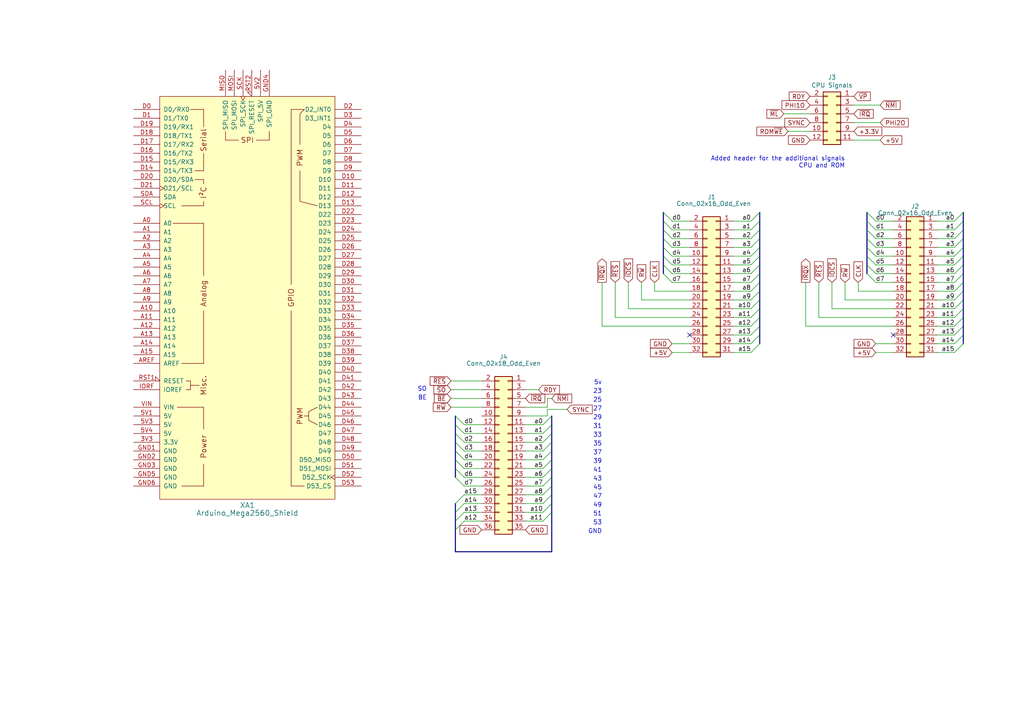
<source format=kicad_sch>
(kicad_sch (version 20230121) (generator eeschema)
  (paper "A4")
  (title_block (title "AT65C02 Hobby Computer") (date "2023-03-15") (rev "Rev003") (company "This AT65C02 version by AdamT117. ") (comment 1 "Revisions to Dawid Buchwald design and additions as marked. ") (comment 2 "Tebl for the Blinkies. Daryl Rictor for the DEC-1 design.") (comment 3 "Based on Ben Eater's design. AndersBNielsen for the \"Simple Universal Modem\" design.") (comment 4 "Original Author: Dawid Buchwald with AT65C02 additions"))
  (lib_symbols
    (symbol "6502-computer-cache:Connector_Generic_Conn_02x06_Odd_Even" (pin_names (offset 1.016) hide)
      (property "Reference" "J" (at 1.27 7.62 0))
      (property "Value" "Connector_Generic_Conn_02x06_Odd_Even" (at 1.27 -10.16 0))
      (symbol "Connector_Generic_Conn_02x06_Odd_Even_1_1"
        (rectangle (start -1.27 -7.493) (end 0 -7.747) (stroke (width 0.1524)))
        (rectangle (start -1.27 -4.953) (end 0 -5.207) (stroke (width 0.1524)))
        (rectangle (start -1.27 -2.413) (end 0 -2.667) (stroke (width 0.1524)))
        (rectangle (start -1.27 0.127) (end 0 -0.127) (stroke (width 0.1524)))
        (rectangle (start -1.27 2.667) (end 0 2.413) (stroke (width 0.1524)))
        (rectangle (start -1.27 5.207) (end 0 4.953) (stroke (width 0.1524)))
        (rectangle (start -1.27 6.35) (end 3.81 -8.89) (stroke (width 0.254)) (fill (type background)))
        (rectangle (start 3.81 -7.493) (end 2.54 -7.747) (stroke (width 0.1524)))
        (rectangle (start 3.81 -4.953) (end 2.54 -5.207) (stroke (width 0.1524)))
        (rectangle (start 3.81 -2.413) (end 2.54 -2.667) (stroke (width 0.1524)))
        (rectangle (start 3.81 0.127) (end 2.54 -0.127) (stroke (width 0.1524)))
        (rectangle (start 3.81 2.667) (end 2.54 2.413) (stroke (width 0.1524)))
        (rectangle (start 3.81 5.207) (end 2.54 4.953) (stroke (width 0.1524)))
        (pin passive line (at -5.08 5.08 0) (length 3.81) (name "Pin_1") (number "1"))
        (pin passive line (at 7.62 -5.08 180) (length 3.81) (name "Pin_10") (number "10"))
        (pin passive line (at -5.08 -7.62 0) (length 3.81) (name "Pin_11") (number "11"))
        (pin passive line (at 7.62 -7.62 180) (length 3.81) (name "Pin_12") (number "12"))
        (pin passive line (at 7.62 5.08 180) (length 3.81) (name "Pin_2") (number "2"))
        (pin passive line (at -5.08 2.54 0) (length 3.81) (name "Pin_3") (number "3"))
        (pin passive line (at 7.62 2.54 180) (length 3.81) (name "Pin_4") (number "4"))
        (pin passive line (at -5.08 0 0) (length 3.81) (name "Pin_5") (number "5"))
        (pin passive line (at 7.62 0 180) (length 3.81) (name "Pin_6") (number "6"))
        (pin passive line (at -5.08 -2.54 0) (length 3.81) (name "Pin_7") (number "7"))
        (pin passive line (at 7.62 -2.54 180) (length 3.81) (name "Pin_8") (number "8"))
        (pin passive line (at -5.08 -5.08 0) (length 3.81) (name "Pin_9") (number "9"))
      )
    )
    (symbol "Connector_Generic:Conn_02x16_Odd_Even" (pin_names (offset 1.016) hide)
      (property "Reference" "J" (at 1.27 20.32 0))
      (property "Value" "Conn_02x16_Odd_Even" (at 1.27 -22.86 0))
      (symbol "Conn_02x16_Odd_Even_1_1"
        (rectangle (start -1.27 -20.193) (end 0 -20.447) (stroke (width 0.1524)))
        (rectangle (start -1.27 -17.653) (end 0 -17.907) (stroke (width 0.1524)))
        (rectangle (start -1.27 -15.113) (end 0 -15.367) (stroke (width 0.1524)))
        (rectangle (start -1.27 -12.573) (end 0 -12.827) (stroke (width 0.1524)))
        (rectangle (start -1.27 -10.033) (end 0 -10.287) (stroke (width 0.1524)))
        (rectangle (start -1.27 -7.493) (end 0 -7.747) (stroke (width 0.1524)))
        (rectangle (start -1.27 -4.953) (end 0 -5.207) (stroke (width 0.1524)))
        (rectangle (start -1.27 -2.413) (end 0 -2.667) (stroke (width 0.1524)))
        (rectangle (start -1.27 0.127) (end 0 -0.127) (stroke (width 0.1524)))
        (rectangle (start -1.27 2.667) (end 0 2.413) (stroke (width 0.1524)))
        (rectangle (start -1.27 5.207) (end 0 4.953) (stroke (width 0.1524)))
        (rectangle (start -1.27 7.747) (end 0 7.493) (stroke (width 0.1524)))
        (rectangle (start -1.27 10.287) (end 0 10.033) (stroke (width 0.1524)))
        (rectangle (start -1.27 12.827) (end 0 12.573) (stroke (width 0.1524)))
        (rectangle (start -1.27 15.367) (end 0 15.113) (stroke (width 0.1524)))
        (rectangle (start -1.27 17.907) (end 0 17.653) (stroke (width 0.1524)))
        (rectangle (start -1.27 19.05) (end 3.81 -21.59) (stroke (width 0.254)) (fill (type background)))
        (rectangle (start 3.81 -20.193) (end 2.54 -20.447) (stroke (width 0.1524)))
        (rectangle (start 3.81 -17.653) (end 2.54 -17.907) (stroke (width 0.1524)))
        (rectangle (start 3.81 -15.113) (end 2.54 -15.367) (stroke (width 0.1524)))
        (rectangle (start 3.81 -12.573) (end 2.54 -12.827) (stroke (width 0.1524)))
        (rectangle (start 3.81 -10.033) (end 2.54 -10.287) (stroke (width 0.1524)))
        (rectangle (start 3.81 -7.493) (end 2.54 -7.747) (stroke (width 0.1524)))
        (rectangle (start 3.81 -4.953) (end 2.54 -5.207) (stroke (width 0.1524)))
        (rectangle (start 3.81 -2.413) (end 2.54 -2.667) (stroke (width 0.1524)))
        (rectangle (start 3.81 0.127) (end 2.54 -0.127) (stroke (width 0.1524)))
        (rectangle (start 3.81 2.667) (end 2.54 2.413) (stroke (width 0.1524)))
        (rectangle (start 3.81 5.207) (end 2.54 4.953) (stroke (width 0.1524)))
        (rectangle (start 3.81 7.747) (end 2.54 7.493) (stroke (width 0.1524)))
        (rectangle (start 3.81 10.287) (end 2.54 10.033) (stroke (width 0.1524)))
        (rectangle (start 3.81 12.827) (end 2.54 12.573) (stroke (width 0.1524)))
        (rectangle (start 3.81 15.367) (end 2.54 15.113) (stroke (width 0.1524)))
        (rectangle (start 3.81 17.907) (end 2.54 17.653) (stroke (width 0.1524)))
        (pin passive line (at -5.08 17.78 0) (length 3.81) (name "Pin_1") (number "1"))
        (pin passive line (at 7.62 7.62 180) (length 3.81) (name "Pin_10") (number "10"))
        (pin passive line (at -5.08 5.08 0) (length 3.81) (name "Pin_11") (number "11"))
        (pin passive line (at 7.62 5.08 180) (length 3.81) (name "Pin_12") (number "12"))
        (pin passive line (at -5.08 2.54 0) (length 3.81) (name "Pin_13") (number "13"))
        (pin passive line (at 7.62 2.54 180) (length 3.81) (name "Pin_14") (number "14"))
        (pin passive line (at -5.08 0 0) (length 3.81) (name "Pin_15") (number "15"))
        (pin passive line (at 7.62 0 180) (length 3.81) (name "Pin_16") (number "16"))
        (pin passive line (at -5.08 -2.54 0) (length 3.81) (name "Pin_17") (number "17"))
        (pin passive line (at 7.62 -2.54 180) (length 3.81) (name "Pin_18") (number "18"))
        (pin passive line (at -5.08 -5.08 0) (length 3.81) (name "Pin_19") (number "19"))
        (pin passive line (at 7.62 17.78 180) (length 3.81) (name "Pin_2") (number "2"))
        (pin passive line (at 7.62 -5.08 180) (length 3.81) (name "Pin_20") (number "20"))
        (pin passive line (at -5.08 -7.62 0) (length 3.81) (name "Pin_21") (number "21"))
        (pin passive line (at 7.62 -7.62 180) (length 3.81) (name "Pin_22") (number "22"))
        (pin passive line (at -5.08 -10.16 0) (length 3.81) (name "Pin_23") (number "23"))
        (pin passive line (at 7.62 -10.16 180) (length 3.81) (name "Pin_24") (number "24"))
        (pin passive line (at -5.08 -12.7 0) (length 3.81) (name "Pin_25") (number "25"))
        (pin passive line (at 7.62 -12.7 180) (length 3.81) (name "Pin_26") (number "26"))
        (pin passive line (at -5.08 -15.24 0) (length 3.81) (name "Pin_27") (number "27"))
        (pin passive line (at 7.62 -15.24 180) (length 3.81) (name "Pin_28") (number "28"))
        (pin passive line (at -5.08 -17.78 0) (length 3.81) (name "Pin_29") (number "29"))
        (pin passive line (at -5.08 15.24 0) (length 3.81) (name "Pin_3") (number "3"))
        (pin passive line (at 7.62 -17.78 180) (length 3.81) (name "Pin_30") (number "30"))
        (pin passive line (at -5.08 -20.32 0) (length 3.81) (name "Pin_31") (number "31"))
        (pin passive line (at 7.62 -20.32 180) (length 3.81) (name "Pin_32") (number "32"))
        (pin passive line (at 7.62 15.24 180) (length 3.81) (name "Pin_4") (number "4"))
        (pin passive line (at -5.08 12.7 0) (length 3.81) (name "Pin_5") (number "5"))
        (pin passive line (at 7.62 12.7 180) (length 3.81) (name "Pin_6") (number "6"))
        (pin passive line (at -5.08 10.16 0) (length 3.81) (name "Pin_7") (number "7"))
        (pin passive line (at 7.62 10.16 180) (length 3.81) (name "Pin_8") (number "8"))
        (pin passive line (at -5.08 7.62 0) (length 3.81) (name "Pin_9") (number "9"))
      )
    )
    (symbol "Connector_Generic:Conn_02x18_Odd_Even" (pin_names (offset 1.016) hide)
      (property "Reference" "J" (at 1.27 22.86 0))
      (property "Value" "Conn_02x18_Odd_Even" (at 1.27 -25.4 0))
      (symbol "Conn_02x18_Odd_Even_1_1"
        (rectangle (start -1.27 -22.733) (end 0 -22.987) (stroke (width 0.1524)))
        (rectangle (start -1.27 -20.193) (end 0 -20.447) (stroke (width 0.1524)))
        (rectangle (start -1.27 -17.653) (end 0 -17.907) (stroke (width 0.1524)))
        (rectangle (start -1.27 -15.113) (end 0 -15.367) (stroke (width 0.1524)))
        (rectangle (start -1.27 -12.573) (end 0 -12.827) (stroke (width 0.1524)))
        (rectangle (start -1.27 -10.033) (end 0 -10.287) (stroke (width 0.1524)))
        (rectangle (start -1.27 -7.493) (end 0 -7.747) (stroke (width 0.1524)))
        (rectangle (start -1.27 -4.953) (end 0 -5.207) (stroke (width 0.1524)))
        (rectangle (start -1.27 -2.413) (end 0 -2.667) (stroke (width 0.1524)))
        (rectangle (start -1.27 0.127) (end 0 -0.127) (stroke (width 0.1524)))
        (rectangle (start -1.27 2.667) (end 0 2.413) (stroke (width 0.1524)))
        (rectangle (start -1.27 5.207) (end 0 4.953) (stroke (width 0.1524)))
        (rectangle (start -1.27 7.747) (end 0 7.493) (stroke (width 0.1524)))
        (rectangle (start -1.27 10.287) (end 0 10.033) (stroke (width 0.1524)))
        (rectangle (start -1.27 12.827) (end 0 12.573) (stroke (width 0.1524)))
        (rectangle (start -1.27 15.367) (end 0 15.113) (stroke (width 0.1524)))
        (rectangle (start -1.27 17.907) (end 0 17.653) (stroke (width 0.1524)))
        (rectangle (start -1.27 20.447) (end 0 20.193) (stroke (width 0.1524)))
        (rectangle (start -1.27 21.59) (end 3.81 -24.13) (stroke (width 0.254)) (fill (type background)))
        (rectangle (start 3.81 -22.733) (end 2.54 -22.987) (stroke (width 0.1524)))
        (rectangle (start 3.81 -20.193) (end 2.54 -20.447) (stroke (width 0.1524)))
        (rectangle (start 3.81 -17.653) (end 2.54 -17.907) (stroke (width 0.1524)))
        (rectangle (start 3.81 -15.113) (end 2.54 -15.367) (stroke (width 0.1524)))
        (rectangle (start 3.81 -12.573) (end 2.54 -12.827) (stroke (width 0.1524)))
        (rectangle (start 3.81 -10.033) (end 2.54 -10.287) (stroke (width 0.1524)))
        (rectangle (start 3.81 -7.493) (end 2.54 -7.747) (stroke (width 0.1524)))
        (rectangle (start 3.81 -4.953) (end 2.54 -5.207) (stroke (width 0.1524)))
        (rectangle (start 3.81 -2.413) (end 2.54 -2.667) (stroke (width 0.1524)))
        (rectangle (start 3.81 0.127) (end 2.54 -0.127) (stroke (width 0.1524)))
        (rectangle (start 3.81 2.667) (end 2.54 2.413) (stroke (width 0.1524)))
        (rectangle (start 3.81 5.207) (end 2.54 4.953) (stroke (width 0.1524)))
        (rectangle (start 3.81 7.747) (end 2.54 7.493) (stroke (width 0.1524)))
        (rectangle (start 3.81 10.287) (end 2.54 10.033) (stroke (width 0.1524)))
        (rectangle (start 3.81 12.827) (end 2.54 12.573) (stroke (width 0.1524)))
        (rectangle (start 3.81 15.367) (end 2.54 15.113) (stroke (width 0.1524)))
        (rectangle (start 3.81 17.907) (end 2.54 17.653) (stroke (width 0.1524)))
        (rectangle (start 3.81 20.447) (end 2.54 20.193) (stroke (width 0.1524)))
        (pin passive line (at -5.08 20.32 0) (length 3.81) (name "Pin_1") (number "1"))
        (pin passive line (at 7.62 10.16 180) (length 3.81) (name "Pin_10") (number "10"))
        (pin passive line (at -5.08 7.62 0) (length 3.81) (name "Pin_11") (number "11"))
        (pin passive line (at 7.62 7.62 180) (length 3.81) (name "Pin_12") (number "12"))
        (pin passive line (at -5.08 5.08 0) (length 3.81) (name "Pin_13") (number "13"))
        (pin passive line (at 7.62 5.08 180) (length 3.81) (name "Pin_14") (number "14"))
        (pin passive line (at -5.08 2.54 0) (length 3.81) (name "Pin_15") (number "15"))
        (pin passive line (at 7.62 2.54 180) (length 3.81) (name "Pin_16") (number "16"))
        (pin passive line (at -5.08 0 0) (length 3.81) (name "Pin_17") (number "17"))
        (pin passive line (at 7.62 0 180) (length 3.81) (name "Pin_18") (number "18"))
        (pin passive line (at -5.08 -2.54 0) (length 3.81) (name "Pin_19") (number "19"))
        (pin passive line (at 7.62 20.32 180) (length 3.81) (name "Pin_2") (number "2"))
        (pin passive line (at 7.62 -2.54 180) (length 3.81) (name "Pin_20") (number "20"))
        (pin passive line (at -5.08 -5.08 0) (length 3.81) (name "Pin_21") (number "21"))
        (pin passive line (at 7.62 -5.08 180) (length 3.81) (name "Pin_22") (number "22"))
        (pin passive line (at -5.08 -7.62 0) (length 3.81) (name "Pin_23") (number "23"))
        (pin passive line (at 7.62 -7.62 180) (length 3.81) (name "Pin_24") (number "24"))
        (pin passive line (at -5.08 -10.16 0) (length 3.81) (name "Pin_25") (number "25"))
        (pin passive line (at 7.62 -10.16 180) (length 3.81) (name "Pin_26") (number "26"))
        (pin passive line (at -5.08 -12.7 0) (length 3.81) (name "Pin_27") (number "27"))
        (pin passive line (at 7.62 -12.7 180) (length 3.81) (name "Pin_28") (number "28"))
        (pin passive line (at -5.08 -15.24 0) (length 3.81) (name "Pin_29") (number "29"))
        (pin passive line (at -5.08 17.78 0) (length 3.81) (name "Pin_3") (number "3"))
        (pin passive line (at 7.62 -15.24 180) (length 3.81) (name "Pin_30") (number "30"))
        (pin passive line (at -5.08 -17.78 0) (length 3.81) (name "Pin_31") (number "31"))
        (pin passive line (at 7.62 -17.78 180) (length 3.81) (name "Pin_32") (number "32"))
        (pin passive line (at -5.08 -20.32 0) (length 3.81) (name "Pin_33") (number "33"))
        (pin passive line (at 7.62 -20.32 180) (length 3.81) (name "Pin_34") (number "34"))
        (pin passive line (at -5.08 -22.86 0) (length 3.81) (name "Pin_35") (number "35"))
        (pin passive line (at 7.62 -22.86 180) (length 3.81) (name "Pin_36") (number "36"))
        (pin passive line (at 7.62 17.78 180) (length 3.81) (name "Pin_4") (number "4"))
        (pin passive line (at -5.08 15.24 0) (length 3.81) (name "Pin_5") (number "5"))
        (pin passive line (at 7.62 15.24 180) (length 3.81) (name "Pin_6") (number "6"))
        (pin passive line (at -5.08 12.7 0) (length 3.81) (name "Pin_7") (number "7"))
        (pin passive line (at 7.62 12.7 180) (length 3.81) (name "Pin_8") (number "8"))
        (pin passive line (at -5.08 10.16 0) (length 3.81) (name "Pin_9") (number "9"))
      )
    )
    (symbol "PCM_arduino-library:Arduino_Mega2560_Shield" (pin_names (offset 1.016))
      (property "Reference" "XA" (at 0 -62.23 0))
      (property "Value" "Arduino_Mega2560_Shield" (at 0 -66.04 0))
      (symbol "Arduino_Mega2560_Shield_0_0"
        (rectangle (start -25.4 -58.42) (end 25.4 58.42) (fill (type background)))
        (rectangle (start -20.32 -31.75) (end -12.7 -31.75))
        (rectangle (start -19.05 -54.61) (end -12.7 -54.61))
        (rectangle (start -19.05 -19.05) (end -12.7 -19.05))
        (rectangle (start -19.05 26.67) (end -12.7 26.67))
        (rectangle (start -17.78 -26.67) (end -16.51 -26.67))
        (rectangle (start -17.78 -24.13) (end -16.51 -24.13))
        (rectangle (start -16.51 -25.4) (end -13.97 -25.4))
        (rectangle (start -16.51 -24.13) (end -16.51 -26.67))
        (rectangle (start -16.51 54.61) (end -12.7 54.61))
        (rectangle (start -15.24 34.29) (end -12.7 34.29))
        (rectangle (start -15.24 36.83) (end -12.7 36.83))
        (rectangle (start -12.7 -54.61) (end -12.7 -48.26))
        (rectangle (start -12.7 -31.75) (end -12.7 -38.1))
        (rectangle (start -12.7 26.67) (end -12.7 27.94))
        (rectangle (start -12.7 34.29) (end -12.7 33.02))
        (rectangle (start -12.7 41.91) (end -12.7 36.83))
        (rectangle (start -12.7 49.53) (end -12.7 54.61))
        (rectangle (start -6.35 48.26) (end -6.35 45.72))
        (rectangle (start -2.54 45.72) (end -6.35 45.72))
        (polyline (pts (xy -21.59 21.59) (xy -12.7 21.59)))
        (polyline (pts (xy -12.7 -19.05) (xy -12.7 -3.81)))
        (polyline (pts (xy -12.7 6.35) (xy -12.7 21.59)))
        (polyline (pts (xy 12.7 -54.61) (xy 16.51 -54.61)))
        (polyline (pts (xy 12.7 54.61) (xy 16.51 54.61)))
        (polyline (pts (xy 17.78 -34.29) (xy 16.51 -34.29)))
        (polyline (pts (xy 15.24 36.83) (xy 15.24 27.94) (xy 20.32 26.67)))
        (polyline (pts (xy 15.24 44.45) (xy 15.24 53.34) (xy 16.51 54.61)))
        (polyline (pts (xy 20.32 -31.75) (xy 17.78 -33.02) (xy 17.78 -35.56) (xy 20.32 -36.83)))
        (rectangle (start 6.35 45.72) (end 2.54 45.72))
        (rectangle (start 6.35 48.26) (end 6.35 45.72))
        (text "Analog" (at -12.7 1.27 900) (effects (font (size 1.524 1.524))))
        (text "I²C" (at -12.7 30.48 900) (effects (font (size 1.524 1.524))))
        (text "Misc." (at -12.7 -25.4 900) (effects (font (size 1.524 1.524))))
        (text "Power" (at -12.7 -43.18 900) (effects (font (size 1.524 1.524))))
        (text "PWM" (at 15.24 -34.29 900) (effects (font (size 1.524 1.524))))
        (text "PWM" (at 15.24 40.64 900) (effects (font (size 1.524 1.524))))
        (text "Serial" (at -12.7 45.72 900) (effects (font (size 1.524 1.524))))
        (text "SPI" (at 0 45.72 0) (effects (font (size 1.524 1.524))))
      )
      (symbol "Arduino_Mega2560_Shield_1_0"
        (rectangle (start 12.7 -54.61) (end 12.7 -3.81))
        (rectangle (start 12.7 54.61) (end 12.7 3.81))
        (text "GPIO" (at 12.7 0 900) (effects (font (size 1.524 1.524))))
      )
      (symbol "Arduino_Mega2560_Shield_1_1"
        (pin power_out line (at -33.02 -41.91 0) (length 7.62) (name "3.3V") (number "3V3"))
        (pin power_in line (at -33.02 -34.29 0) (length 7.62) (name "5V") (number "5V1"))
        (pin power_in line (at 3.81 66.04 270) (length 7.62) (name "SPI_5V") (number "5V2"))
        (pin power_in line (at -33.02 -36.83 0) (length 7.62) (name "5V") (number "5V3"))
        (pin power_in line (at -33.02 -39.37 0) (length 7.62) (name "5V") (number "5V4"))
        (pin bidirectional line (at -33.02 21.59 0) (length 7.62) (name "A0") (number "A0"))
        (pin bidirectional line (at -33.02 19.05 0) (length 7.62) (name "A1") (number "A1"))
        (pin bidirectional line (at -33.02 -3.81 0) (length 7.62) (name "A10") (number "A10"))
        (pin bidirectional line (at -33.02 -6.35 0) (length 7.62) (name "A11") (number "A11"))
        (pin bidirectional line (at -33.02 -8.89 0) (length 7.62) (name "A12") (number "A12"))
        (pin bidirectional line (at -33.02 -11.43 0) (length 7.62) (name "A13") (number "A13"))
        (pin bidirectional line (at -33.02 -13.97 0) (length 7.62) (name "A14") (number "A14"))
        (pin bidirectional line (at -33.02 -16.51 0) (length 7.62) (name "A15") (number "A15"))
        (pin bidirectional line (at -33.02 16.51 0) (length 7.62) (name "A2") (number "A2"))
        (pin bidirectional line (at -33.02 13.97 0) (length 7.62) (name "A3") (number "A3"))
        (pin bidirectional line (at -33.02 11.43 0) (length 7.62) (name "A4") (number "A4"))
        (pin bidirectional line (at -33.02 8.89 0) (length 7.62) (name "A5") (number "A5"))
        (pin bidirectional line (at -33.02 6.35 0) (length 7.62) (name "A6") (number "A6"))
        (pin bidirectional line (at -33.02 3.81 0) (length 7.62) (name "A7") (number "A7"))
        (pin bidirectional line (at -33.02 1.27 0) (length 7.62) (name "A8") (number "A8"))
        (pin bidirectional line (at -33.02 -1.27 0) (length 7.62) (name "A9") (number "A9"))
        (pin input line (at -33.02 -19.05 0) (length 7.62) (name "AREF") (number "AREF"))
        (pin bidirectional line (at -33.02 54.61 0) (length 7.62) (name "D0/RX0") (number "D0"))
        (pin bidirectional line (at -33.02 52.07 0) (length 7.62) (name "D1/TX0") (number "D1"))
        (pin bidirectional line (at 33.02 34.29 180) (length 7.62) (name "D10") (number "D10"))
        (pin bidirectional line (at 33.02 31.75 180) (length 7.62) (name "D11") (number "D11"))
        (pin bidirectional line (at 33.02 29.21 180) (length 7.62) (name "D12") (number "D12"))
        (pin bidirectional line (at 33.02 26.67 180) (length 7.62) (name "D13") (number "D13"))
        (pin bidirectional line (at -33.02 36.83 0) (length 7.62) (name "D14/TX3") (number "D14"))
        (pin bidirectional line (at -33.02 39.37 0) (length 7.62) (name "D15/RX3") (number "D15"))
        (pin bidirectional line (at -33.02 41.91 0) (length 7.62) (name "D16/TX2") (number "D16"))
        (pin bidirectional line (at -33.02 44.45 0) (length 7.62) (name "D17/RX2") (number "D17"))
        (pin bidirectional line (at -33.02 46.99 0) (length 7.62) (name "D18/TX1") (number "D18"))
        (pin bidirectional line (at -33.02 49.53 0) (length 7.62) (name "D19/RX1") (number "D19"))
        (pin bidirectional line (at 33.02 54.61 180) (length 7.62) (name "D2_INT0") (number "D2"))
        (pin bidirectional line (at -33.02 34.29 0) (length 7.62) (name "D20/SDA") (number "D20"))
        (pin bidirectional clock (at -33.02 31.75 0) (length 7.62) (name "D21/SCL") (number "D21"))
        (pin bidirectional line (at 33.02 24.13 180) (length 7.62) (name "D22") (number "D22"))
        (pin bidirectional line (at 33.02 21.59 180) (length 7.62) (name "D23") (number "D23"))
        (pin bidirectional line (at 33.02 19.05 180) (length 7.62) (name "D24") (number "D24"))
        (pin bidirectional line (at 33.02 16.51 180) (length 7.62) (name "D25") (number "D25"))
        (pin bidirectional line (at 33.02 13.97 180) (length 7.62) (name "D26") (number "D26"))
        (pin bidirectional line (at 33.02 11.43 180) (length 7.62) (name "D27") (number "D27"))
        (pin bidirectional line (at 33.02 8.89 180) (length 7.62) (name "D28") (number "D28"))
        (pin bidirectional line (at 33.02 6.35 180) (length 7.62) (name "D29") (number "D29"))
        (pin bidirectional line (at 33.02 52.07 180) (length 7.62) (name "D3_INT1") (number "D3"))
        (pin bidirectional line (at 33.02 3.81 180) (length 7.62) (name "D30") (number "D30"))
        (pin bidirectional line (at 33.02 1.27 180) (length 7.62) (name "D31") (number "D31"))
        (pin bidirectional line (at 33.02 -1.27 180) (length 7.62) (name "D32") (number "D32"))
        (pin bidirectional line (at 33.02 -3.81 180) (length 7.62) (name "D33") (number "D33"))
        (pin bidirectional line (at 33.02 -6.35 180) (length 7.62) (name "D34") (number "D34"))
        (pin bidirectional line (at 33.02 -8.89 180) (length 7.62) (name "D35") (number "D35"))
        (pin bidirectional line (at 33.02 -11.43 180) (length 7.62) (name "D36") (number "D36"))
        (pin bidirectional line (at 33.02 -13.97 180) (length 7.62) (name "D37") (number "D37"))
        (pin bidirectional line (at 33.02 -16.51 180) (length 7.62) (name "D38") (number "D38"))
        (pin bidirectional line (at 33.02 -19.05 180) (length 7.62) (name "D39") (number "D39"))
        (pin bidirectional line (at 33.02 49.53 180) (length 7.62) (name "D4") (number "D4"))
        (pin bidirectional line (at 33.02 -21.59 180) (length 7.62) (name "D40") (number "D40"))
        (pin bidirectional line (at 33.02 -24.13 180) (length 7.62) (name "D41") (number "D41"))
        (pin bidirectional line (at 33.02 -26.67 180) (length 7.62) (name "D42") (number "D42"))
        (pin bidirectional line (at 33.02 -29.21 180) (length 7.62) (name "D43") (number "D43"))
        (pin bidirectional line (at 33.02 -31.75 180) (length 7.62) (name "D44") (number "D44"))
        (pin bidirectional line (at 33.02 -34.29 180) (length 7.62) (name "D45") (number "D45"))
        (pin bidirectional line (at 33.02 -36.83 180) (length 7.62) (name "D46") (number "D46"))
        (pin bidirectional line (at 33.02 -39.37 180) (length 7.62) (name "D47") (number "D47"))
        (pin bidirectional line (at 33.02 -41.91 180) (length 7.62) (name "D48") (number "D48"))
        (pin bidirectional line (at 33.02 -44.45 180) (length 7.62) (name "D49") (number "D49"))
        (pin bidirectional line (at 33.02 46.99 180) (length 7.62) (name "D5") (number "D5"))
        (pin bidirectional line (at 33.02 -46.99 180) (length 7.62) (name "D50_MISO") (number "D50"))
        (pin bidirectional line (at 33.02 -49.53 180) (length 7.62) (name "D51_MOSI") (number "D51"))
        (pin bidirectional clock (at 33.02 -52.07 180) (length 7.62) (name "D52_SCK") (number "D52"))
        (pin bidirectional line (at 33.02 -54.61 180) (length 7.62) (name "D53_CS") (number "D53"))
        (pin bidirectional line (at 33.02 44.45 180) (length 7.62) (name "D6") (number "D6"))
        (pin bidirectional line (at 33.02 41.91 180) (length 7.62) (name "D7") (number "D7"))
        (pin bidirectional line (at 33.02 39.37 180) (length 7.62) (name "D8") (number "D8"))
        (pin bidirectional line (at 33.02 36.83 180) (length 7.62) (name "D9") (number "D9"))
        (pin power_in line (at -33.02 -44.45 0) (length 7.62) (name "GND") (number "GND1"))
        (pin power_in line (at -33.02 -46.99 0) (length 7.62) (name "GND") (number "GND2"))
        (pin power_in line (at -33.02 -49.53 0) (length 7.62) (name "GND") (number "GND3"))
        (pin power_in line (at 6.35 66.04 270) (length 7.62) (name "SPI_GND") (number "GND4"))
        (pin power_in line (at -33.02 -52.07 0) (length 7.62) (name "GND") (number "GND5"))
        (pin power_in line (at -33.02 -54.61 0) (length 7.62) (name "GND") (number "GND6"))
        (pin output line (at -33.02 -26.67 0) (length 7.62) (name "IOREF") (number "IORF"))
        (pin input line (at -6.35 66.04 270) (length 7.62) (name "SPI_MISO") (number "MISO"))
        (pin output line (at -3.81 66.04 270) (length 7.62) (name "SPI_MOSI") (number "MOSI"))
        (pin open_collector input_low (at -33.02 -24.13 0) (length 7.62) (name "RESET") (number "RST1"))
        (pin open_collector input_low (at 1.27 66.04 270) (length 7.62) (name "SPI_RESET") (number "RST2"))
        (pin output clock (at -1.27 66.04 270) (length 7.62) (name "SPI_SCK") (number "SCK"))
        (pin bidirectional clock (at -33.02 26.67 0) (length 7.62) (name "SCL") (number "SCL"))
        (pin bidirectional line (at -33.02 29.21 0) (length 7.62) (name "SDA") (number "SDA"))
        (pin power_in line (at -33.02 -31.75 0) (length 7.62) (name "VIN") (number "VIN"))
      )
    )
  )
  (no_connect (at 259.08 97.155))
  (no_connect (at 200.025 97.155))
  (bus_entry (at 220.345 92.075) (size -2.54 2.54))
  (bus_entry (at 279.4 64.135) (size -2.54 2.54))
  (bus_entry (at 160.02 120.65) (size -2.54 2.54))
  (bus_entry (at 254 79.375) (size -2.54 -2.54))
  (bus_entry (at 132.08 151.13) (size 2.54 -2.54))
  (bus_entry (at 134.62 128.27) (size -2.54 -2.54))
  (bus_entry (at 254 81.915) (size -2.54 -2.54))
  (bus_entry (at 220.345 81.915) (size -2.54 2.54))
  (bus_entry (at 220.345 74.295) (size -2.54 2.54))
  (bus_entry (at 220.345 94.615) (size -2.54 2.54))
  (bus_entry (at 194.945 74.295) (size -2.54 -2.54))
  (bus_entry (at 160.02 138.43) (size -2.54 2.54))
  (bus_entry (at 220.345 86.995) (size -2.54 2.54))
  (bus_entry (at 279.4 76.835) (size -2.54 2.54))
  (bus_entry (at 194.945 76.835) (size -2.54 -2.54))
  (bus_entry (at 160.02 148.59) (size -2.54 2.54))
  (bus_entry (at 134.62 140.97) (size -2.54 -2.54))
  (bus_entry (at 134.62 125.73) (size -2.54 -2.54))
  (bus_entry (at 194.945 69.215) (size -2.54 -2.54))
  (bus_entry (at 279.4 89.535) (size -2.54 2.54))
  (bus_entry (at 279.4 99.695) (size -2.54 2.54))
  (bus_entry (at 132.08 153.67) (size 2.54 -2.54))
  (bus_entry (at 134.62 133.35) (size -2.54 -2.54))
  (bus_entry (at 160.02 133.35) (size -2.54 2.54))
  (bus_entry (at 279.4 69.215) (size -2.54 2.54))
  (bus_entry (at 160.02 143.51) (size -2.54 2.54))
  (bus_entry (at 220.345 89.535) (size -2.54 2.54))
  (bus_entry (at 194.945 81.915) (size -2.54 -2.54))
  (bus_entry (at 254 69.215) (size -2.54 -2.54))
  (bus_entry (at 279.4 81.915) (size -2.54 2.54))
  (bus_entry (at 132.08 148.59) (size 2.54 -2.54))
  (bus_entry (at 279.4 61.595) (size -2.54 2.54))
  (bus_entry (at 194.945 71.755) (size -2.54 -2.54))
  (bus_entry (at 279.4 66.675) (size -2.54 2.54))
  (bus_entry (at 279.4 92.075) (size -2.54 2.54))
  (bus_entry (at 254 64.135) (size -2.54 -2.54))
  (bus_entry (at 160.02 125.73) (size -2.54 2.54))
  (bus_entry (at 220.345 97.155) (size -2.54 2.54))
  (bus_entry (at 220.345 71.755) (size -2.54 2.54))
  (bus_entry (at 254 71.755) (size -2.54 -2.54))
  (bus_entry (at 254 74.295) (size -2.54 -2.54))
  (bus_entry (at 160.02 128.27) (size -2.54 2.54))
  (bus_entry (at 279.4 74.295) (size -2.54 2.54))
  (bus_entry (at 132.08 146.05) (size 2.54 -2.54))
  (bus_entry (at 194.945 64.135) (size -2.54 -2.54))
  (bus_entry (at 220.345 79.375) (size -2.54 2.54))
  (bus_entry (at 220.345 76.835) (size -2.54 2.54))
  (bus_entry (at 160.02 140.97) (size -2.54 2.54))
  (bus_entry (at 220.345 66.675) (size -2.54 2.54))
  (bus_entry (at 194.945 66.675) (size -2.54 -2.54))
  (bus_entry (at 254 66.675) (size -2.54 -2.54))
  (bus_entry (at 254 76.835) (size -2.54 -2.54))
  (bus_entry (at 134.62 130.81) (size -2.54 -2.54))
  (bus_entry (at 160.02 146.05) (size -2.54 2.54))
  (bus_entry (at 220.345 99.695) (size -2.54 2.54))
  (bus_entry (at 279.4 97.155) (size -2.54 2.54))
  (bus_entry (at 279.4 79.375) (size -2.54 2.54))
  (bus_entry (at 279.4 71.755) (size -2.54 2.54))
  (bus_entry (at 134.62 138.43) (size -2.54 -2.54))
  (bus_entry (at 220.345 84.455) (size -2.54 2.54))
  (bus_entry (at 134.62 135.89) (size -2.54 -2.54))
  (bus_entry (at 220.345 69.215) (size -2.54 2.54))
  (bus_entry (at 160.02 130.81) (size -2.54 2.54))
  (bus_entry (at 194.945 79.375) (size -2.54 -2.54))
  (bus_entry (at 220.345 64.135) (size -2.54 2.54))
  (bus_entry (at 279.4 84.455) (size -2.54 2.54))
  (bus_entry (at 134.62 123.19) (size -2.54 -2.54))
  (bus_entry (at 279.4 94.615) (size -2.54 2.54))
  (bus_entry (at 220.345 61.595) (size -2.54 2.54))
  (bus_entry (at 279.4 86.995) (size -2.54 2.54))
  (bus_entry (at 160.02 135.89) (size -2.54 2.54))
  (bus_entry (at 160.02 123.19) (size -2.54 2.54))
  (wire (pts (xy 139.7 125.73) (xy 134.62 125.73)))
  (wire (pts (xy 217.805 74.295) (xy 212.725 74.295)))
  (wire (pts (xy 139.7 138.43) (xy 134.62 138.43)))
  (wire (pts (xy 217.805 86.995) (xy 212.725 86.995)))
  (wire (pts (xy 233.68 94.615) (xy 233.68 81.915)))
  (bus (pts (xy 279.4 97.155) (xy 279.4 99.695)))
  (wire (pts (xy 248.92 81.915) (xy 248.92 84.455)))
  (bus (pts (xy 132.08 160.02) (xy 132.08 153.67)))
  (wire (pts (xy 134.62 151.13) (xy 139.7 151.13)))
  (bus (pts (xy 279.4 84.455) (xy 279.4 86.995)))
  (wire (pts (xy 276.86 102.235) (xy 271.78 102.235)))
  (bus (pts (xy 132.08 151.13) (xy 132.08 148.59)))
  (wire (pts (xy 200.025 66.675) (xy 194.945 66.675)))
  (wire (pts (xy 139.7 128.27) (xy 134.62 128.27)))
  (wire (pts (xy 139.7 140.97) (xy 134.62 140.97)))
  (wire (pts (xy 200.025 79.375) (xy 194.945 79.375)))
  (wire (pts (xy 200.025 81.915) (xy 194.945 81.915)))
  (wire (pts (xy 178.435 92.075) (xy 200.025 92.075)))
  (wire (pts (xy 276.86 76.835) (xy 271.78 76.835)))
  (bus (pts (xy 132.08 135.89) (xy 132.08 138.43)))
  (bus (pts (xy 160.02 148.59) (xy 160.02 160.02)))
  (bus (pts (xy 160.02 128.27) (xy 160.02 130.81)))
  (wire (pts (xy 259.08 81.915) (xy 254 81.915)))
  (wire (pts (xy 217.805 99.695) (xy 212.725 99.695)))
  (bus (pts (xy 220.345 89.535) (xy 220.345 92.075)))
  (bus (pts (xy 279.4 61.595) (xy 279.4 64.135)))
  (wire (pts (xy 259.08 74.295) (xy 254 74.295)))
  (wire (pts (xy 139.7 115.57) (xy 130.81 115.57)))
  (wire (pts (xy 178.435 81.915) (xy 178.435 92.075)))
  (wire (pts (xy 152.4 113.03) (xy 156.21 113.03)))
  (wire (pts (xy 160.02 115.57) (xy 158.75 115.57)))
  (wire (pts (xy 276.86 79.375) (xy 271.78 79.375)))
  (bus (pts (xy 132.08 128.27) (xy 132.08 130.81)))
  (bus (pts (xy 251.46 76.835) (xy 251.46 79.375)))
  (wire (pts (xy 157.48 123.19) (xy 152.4 123.19)))
  (wire (pts (xy 217.805 84.455) (xy 212.725 84.455)))
  (bus (pts (xy 192.405 71.755) (xy 192.405 74.295)))
  (wire (pts (xy 248.92 84.455) (xy 259.08 84.455)))
  (wire (pts (xy 234.95 33.02) (xy 227.33 33.02)))
  (wire (pts (xy 276.86 86.995) (xy 271.78 86.995)))
  (wire (pts (xy 152.4 118.11) (xy 158.75 118.11)))
  (wire (pts (xy 186.055 81.915) (xy 186.055 86.995)))
  (bus (pts (xy 279.4 64.135) (xy 279.4 66.675)))
  (wire (pts (xy 217.805 69.215) (xy 212.725 69.215)))
  (bus (pts (xy 251.46 74.295) (xy 251.46 76.835)))
  (wire (pts (xy 174.625 94.615) (xy 174.625 81.915)))
  (bus (pts (xy 132.08 130.81) (xy 132.08 133.35)))
  (wire (pts (xy 200.025 76.835) (xy 194.945 76.835)))
  (bus (pts (xy 220.345 71.755) (xy 220.345 74.295)))
  (bus (pts (xy 220.345 76.835) (xy 220.345 79.375)))
  (wire (pts (xy 237.49 92.075) (xy 259.08 92.075)))
  (bus (pts (xy 220.345 86.995) (xy 220.345 89.535)))
  (wire (pts (xy 217.805 102.235) (xy 212.725 102.235)))
  (wire (pts (xy 245.11 86.995) (xy 259.08 86.995)))
  (wire (pts (xy 139.7 130.81) (xy 134.62 130.81)))
  (wire (pts (xy 217.805 79.375) (xy 212.725 79.375)))
  (bus (pts (xy 279.4 76.835) (xy 279.4 79.375)))
  (bus (pts (xy 279.4 69.215) (xy 279.4 71.755)))
  (wire (pts (xy 158.75 118.11) (xy 158.75 115.57)))
  (bus (pts (xy 160.02 123.19) (xy 160.02 125.73)))
  (bus (pts (xy 251.46 61.595) (xy 251.46 64.135)))
  (wire (pts (xy 189.865 81.915) (xy 189.865 84.455)))
  (wire (pts (xy 276.86 74.295) (xy 271.78 74.295)))
  (bus (pts (xy 132.08 153.67) (xy 132.08 151.13)))
  (wire (pts (xy 234.95 38.1) (xy 228.6 38.1)))
  (wire (pts (xy 217.805 94.615) (xy 212.725 94.615)))
  (wire (pts (xy 247.65 30.48) (xy 255.27 30.48)))
  (wire (pts (xy 157.48 140.97) (xy 152.4 140.97)))
  (bus (pts (xy 160.02 143.51) (xy 160.02 146.05)))
  (wire (pts (xy 245.11 81.915) (xy 245.11 86.995)))
  (wire (pts (xy 276.86 97.155) (xy 271.78 97.155)))
  (wire (pts (xy 259.08 64.135) (xy 254 64.135)))
  (bus (pts (xy 192.405 64.135) (xy 192.405 66.675)))
  (bus (pts (xy 160.02 140.97) (xy 160.02 143.51)))
  (wire (pts (xy 157.48 125.73) (xy 152.4 125.73)))
  (wire (pts (xy 247.65 35.56) (xy 255.27 35.56)))
  (wire (pts (xy 259.08 69.215) (xy 254 69.215)))
  (bus (pts (xy 279.4 86.995) (xy 279.4 89.535)))
  (wire (pts (xy 217.805 97.155) (xy 212.725 97.155)))
  (wire (pts (xy 139.7 133.35) (xy 134.62 133.35)))
  (wire (pts (xy 200.025 99.695) (xy 194.945 99.695)))
  (bus (pts (xy 251.46 64.135) (xy 251.46 66.675)))
  (wire (pts (xy 189.865 84.455) (xy 200.025 84.455)))
  (wire (pts (xy 276.86 71.755) (xy 271.78 71.755)))
  (bus (pts (xy 192.405 66.675) (xy 192.405 69.215)))
  (wire (pts (xy 157.48 151.13) (xy 152.4 151.13)))
  (wire (pts (xy 139.7 118.11) (xy 130.81 118.11)))
  (bus (pts (xy 160.02 125.73) (xy 160.02 128.27)))
  (wire (pts (xy 217.805 66.675) (xy 212.725 66.675)))
  (bus (pts (xy 160.02 160.02) (xy 132.08 160.02)))
  (wire (pts (xy 217.805 92.075) (xy 212.725 92.075)))
  (wire (pts (xy 276.86 92.075) (xy 271.78 92.075)))
  (bus (pts (xy 279.4 74.295) (xy 279.4 76.835)))
  (wire (pts (xy 200.025 71.755) (xy 194.945 71.755)))
  (wire (pts (xy 241.3 89.535) (xy 259.08 89.535)))
  (bus (pts (xy 192.405 69.215) (xy 192.405 71.755)))
  (wire (pts (xy 134.62 143.51) (xy 139.7 143.51)))
  (bus (pts (xy 220.345 92.075) (xy 220.345 94.615)))
  (wire (pts (xy 157.48 138.43) (xy 152.4 138.43)))
  (bus (pts (xy 192.405 74.295) (xy 192.405 76.835)))
  (bus (pts (xy 160.02 146.05) (xy 160.02 148.59)))
  (wire (pts (xy 200.025 102.235) (xy 194.945 102.235)))
  (wire (pts (xy 259.08 76.835) (xy 254 76.835)))
  (bus (pts (xy 279.4 92.075) (xy 279.4 94.615)))
  (wire (pts (xy 259.08 102.235) (xy 254 102.235)))
  (bus (pts (xy 251.46 71.755) (xy 251.46 74.295)))
  (wire (pts (xy 139.7 135.89) (xy 134.62 135.89)))
  (wire (pts (xy 157.48 143.51) (xy 152.4 143.51)))
  (bus (pts (xy 279.4 79.375) (xy 279.4 81.915)))
  (bus (pts (xy 160.02 138.43) (xy 160.02 140.97)))
  (wire (pts (xy 200.025 64.135) (xy 194.945 64.135)))
  (wire (pts (xy 157.48 148.59) (xy 152.4 148.59)))
  (bus (pts (xy 220.345 69.215) (xy 220.345 71.755)))
  (wire (pts (xy 276.86 89.535) (xy 271.78 89.535)))
  (wire (pts (xy 157.48 128.27) (xy 152.4 128.27)))
  (wire (pts (xy 200.025 69.215) (xy 194.945 69.215)))
  (bus (pts (xy 132.08 120.65) (xy 132.08 123.19)))
  (bus (pts (xy 160.02 120.65) (xy 160.02 123.19)))
  (wire (pts (xy 158.75 120.65) (xy 158.75 118.745)))
  (wire (pts (xy 247.65 40.64) (xy 255.27 40.64)))
  (bus (pts (xy 192.405 76.835) (xy 192.405 79.375)))
  (wire (pts (xy 182.245 89.535) (xy 200.025 89.535)))
  (wire (pts (xy 139.7 123.19) (xy 134.62 123.19)))
  (wire (pts (xy 276.86 64.135) (xy 271.78 64.135)))
  (wire (pts (xy 259.08 99.695) (xy 254 99.695)))
  (bus (pts (xy 251.46 69.215) (xy 251.46 71.755)))
  (bus (pts (xy 132.08 125.73) (xy 132.08 128.27)))
  (bus (pts (xy 279.4 71.755) (xy 279.4 74.295)))
  (wire (pts (xy 186.055 86.995) (xy 200.025 86.995)))
  (bus (pts (xy 279.4 89.535) (xy 279.4 92.075)))
  (bus (pts (xy 220.345 79.375) (xy 220.345 81.915)))
  (wire (pts (xy 259.08 94.615) (xy 233.68 94.615)))
  (wire (pts (xy 276.86 66.675) (xy 271.78 66.675)))
  (bus (pts (xy 220.345 81.915) (xy 220.345 84.455)))
  (bus (pts (xy 220.345 66.675) (xy 220.345 69.215)))
  (wire (pts (xy 217.805 89.535) (xy 212.725 89.535)))
  (bus (pts (xy 220.345 94.615) (xy 220.345 97.155)))
  (bus (pts (xy 279.4 81.915) (xy 279.4 84.455)))
  (bus (pts (xy 220.345 61.595) (xy 220.345 64.135)))
  (wire (pts (xy 217.805 81.915) (xy 212.725 81.915)))
  (wire (pts (xy 237.49 81.915) (xy 237.49 92.075)))
  (bus (pts (xy 220.345 64.135) (xy 220.345 66.675)))
  (bus (pts (xy 279.4 66.675) (xy 279.4 69.215)))
  (wire (pts (xy 139.7 110.49) (xy 130.81 110.49)))
  (wire (pts (xy 152.4 120.65) (xy 158.75 120.65)))
  (wire (pts (xy 241.3 81.915) (xy 241.3 89.535)))
  (wire (pts (xy 276.86 69.215) (xy 271.78 69.215)))
  (wire (pts (xy 157.48 133.35) (xy 152.4 133.35)))
  (wire (pts (xy 134.62 148.59) (xy 139.7 148.59)))
  (bus (pts (xy 132.08 133.35) (xy 132.08 135.89)))
  (wire (pts (xy 276.86 94.615) (xy 271.78 94.615)))
  (wire (pts (xy 139.7 113.03) (xy 130.81 113.03)))
  (bus (pts (xy 220.345 84.455) (xy 220.345 86.995)))
  (wire (pts (xy 217.805 76.835) (xy 212.725 76.835)))
  (wire (pts (xy 157.48 135.89) (xy 152.4 135.89)))
  (bus (pts (xy 132.08 123.19) (xy 132.08 125.73)))
  (wire (pts (xy 259.08 79.375) (xy 254 79.375)))
  (wire (pts (xy 276.86 81.915) (xy 271.78 81.915)))
  (wire (pts (xy 200.025 74.295) (xy 194.945 74.295)))
  (bus (pts (xy 192.405 61.595) (xy 192.405 64.135)))
  (bus (pts (xy 160.02 133.35) (xy 160.02 135.89)))
  (wire (pts (xy 200.025 94.615) (xy 174.625 94.615)))
  (bus (pts (xy 132.08 148.59) (xy 132.08 146.05)))
  (bus (pts (xy 220.345 97.155) (xy 220.345 99.695)))
  (wire (pts (xy 157.48 130.81) (xy 152.4 130.81)))
  (wire (pts (xy 157.48 146.05) (xy 152.4 146.05)))
  (wire (pts (xy 217.805 71.755) (xy 212.725 71.755)))
  (wire (pts (xy 182.245 81.915) (xy 182.245 89.535)))
  (wire (pts (xy 134.62 146.05) (xy 139.7 146.05)))
  (bus (pts (xy 251.46 66.675) (xy 251.46 69.215)))
  (bus (pts (xy 160.02 135.89) (xy 160.02 138.43)))
  (bus (pts (xy 279.4 94.615) (xy 279.4 97.155)))
  (wire (pts (xy 217.805 64.135) (xy 212.725 64.135)))
  (bus (pts (xy 220.345 74.295) (xy 220.345 76.835)))
  (wire (pts (xy 276.86 84.455) (xy 271.78 84.455)))
  (wire (pts (xy 276.86 99.695) (xy 271.78 99.695)))
  (bus (pts (xy 160.02 130.81) (xy 160.02 133.35)))
  (wire (pts (xy 259.08 66.675) (xy 254 66.675)))
  (wire (pts (xy 259.08 71.755) (xy 254 71.755)))
  (wire (pts (xy 164.465 118.745) (xy 158.75 118.745)))
  (text "31" (at 174.625 124.46 0) (effects (font (size 1.27 1.27)) (justify right bottom)))
  (text "37" (at 174.625 132.08 0) (effects (font (size 1.27 1.27)) (justify right bottom)))
  (text "GND" (at 174.625 154.94 0) (effects (font (size 1.27 1.27)) (justify right bottom)))
  (text "Added header for the additional signals\nCPU and ROM" (at 245.11 48.895 0) (effects (font (size 1.27 1.27)) (justify right bottom)))
  (text "45" (at 174.625 142.24 0) (effects (font (size 1.27 1.27)) (justify right bottom)))
  (text "47" (at 174.625 144.78 0) (effects (font (size 1.27 1.27)) (justify right bottom)))
  (text "33" (at 174.625 127 0) (effects (font (size 1.27 1.27)) (justify right bottom)))
  (text "51" (at 174.625 149.86 0) (effects (font (size 1.27 1.27)) (justify right bottom)))
  (text "5v" (at 174.625 111.76 0) (effects (font (size 1.27 1.27)) (justify right bottom)))
  (text "25" (at 174.625 116.84 0) (effects (font (size 1.27 1.27)) (justify right bottom)))
  (text "SO" (at 123.825 113.665 0) (effects (font (size 1.27 1.27)) (justify right bottom)))
  (text "43" (at 174.625 139.7 0) (effects (font (size 1.27 1.27)) (justify right bottom)))
  (text "41" (at 174.625 137.16 0) (effects (font (size 1.27 1.27)) (justify right bottom)))
  (text "35" (at 174.625 129.54 0) (effects (font (size 1.27 1.27)) (justify right bottom)))
  (text "39\n" (at 174.625 134.62 0) (effects (font (size 1.27 1.27)) (justify right bottom)))
  (text "49\n" (at 174.625 147.32 0) (effects (font (size 1.27 1.27)) (justify right bottom)))
  (text "BE" (at 123.825 116.205 0) (effects (font (size 1.27 1.27)) (justify right bottom)))
  (text "23" (at 174.625 114.3 0) (effects (font (size 1.27 1.27)) (justify right bottom)))
  (text "27" (at 174.625 119.38 0) (effects (font (size 1.27 1.27)) (justify right bottom)))
  (text "29" (at 174.625 121.92 0) (effects (font (size 1.27 1.27)) (justify right bottom)))
  (text "53" (at 174.625 152.4 0) (effects (font (size 1.27 1.27)) (justify right bottom)))
  (label "a13" (at 276.86 97.155 180))
  (label "a14" (at 134.62 146.05 0))
  (label "d0" (at 134.62 123.19 0))
  (label "d1" (at 194.945 66.675 0))
  (label "a12" (at 217.805 94.615 180))
  (label "a3" (at 276.86 71.755 180))
  (label "d1" (at 254 66.675 0))
  (label "a13" (at 217.805 97.155 180))
  (label "a6" (at 276.86 79.375 180))
  (label "a4" (at 276.86 74.295 180))
  (label "d3" (at 254 71.755 0))
  (label "a6" (at 217.805 79.375 180))
  (label "a10" (at 157.48 148.59 180))
  (label "a12" (at 276.86 94.615 180))
  (label "a2" (at 217.805 69.215 180))
  (label "a2" (at 276.86 69.215 180))
  (label "d2" (at 134.62 128.27 0))
  (label "a0" (at 217.805 64.135 180))
  (label "d4" (at 254 74.295 0))
  (label "a7" (at 157.48 140.97 180))
  (label "a15" (at 217.805 102.235 180))
  (label "d4" (at 194.945 74.295 0))
  (label "a8" (at 276.86 84.455 180))
  (label "a3" (at 157.48 130.81 180))
  (label "a7" (at 276.86 81.915 180))
  (label "a8" (at 217.805 84.455 180))
  (label "d7" (at 134.62 140.97 0))
  (label "a14" (at 217.805 99.695 180))
  (label "a1" (at 217.805 66.675 180))
  (label "a11" (at 157.48 151.13 180))
  (label "d4" (at 134.62 133.35 0))
  (label "a14" (at 276.86 99.695 180))
  (label "a7" (at 217.805 81.915 180))
  (label "a0" (at 276.86 64.135 180))
  (label "d0" (at 254 64.135 0))
  (label "d6" (at 134.62 138.43 0))
  (label "a12" (at 134.62 151.13 0))
  (label "d2" (at 254 69.215 0))
  (label "a5" (at 217.805 76.835 180))
  (label "a9" (at 276.86 86.995 180))
  (label "d5" (at 134.62 135.89 0))
  (label "a10" (at 217.805 89.535 180))
  (label "d3" (at 194.945 71.755 0))
  (label "d5" (at 194.945 76.835 0))
  (label "a2" (at 157.48 128.27 180))
  (label "d5" (at 254 76.835 0))
  (label "d1" (at 134.62 125.73 0))
  (label "a4" (at 217.805 74.295 180))
  (label "a15" (at 134.62 143.51 0))
  (label "a10" (at 276.86 89.535 180))
  (label "d7" (at 254 81.915 0))
  (label "d2" (at 194.945 69.215 0))
  (label "a8" (at 157.48 143.51 180))
  (label "d0" (at 194.945 64.135 0))
  (label "a1" (at 157.48 125.73 180))
  (label "a5" (at 157.48 135.89 180))
  (label "d3" (at 134.62 130.81 0))
  (label "a13" (at 134.62 148.59 0))
  (label "a0" (at 157.48 123.19 180))
  (label "a6" (at 157.48 138.43 180))
  (label "a4" (at 157.48 133.35 180))
  (label "a11" (at 217.805 92.075 180))
  (label "a15" (at 276.86 102.235 180))
  (label "a1" (at 276.86 66.675 180))
  (label "a9" (at 157.48 146.05 180))
  (label "a11" (at 276.86 92.075 180))
  (label "d6" (at 254 79.375 0))
  (label "a5" (at 276.86 76.835 180))
  (label "d6" (at 194.945 79.375 0))
  (label "a9" (at 217.805 86.995 180))
  (label "d7" (at 194.945 81.915 0))
  (label "a3" (at 217.805 71.755 180))
  (global_label "+5V" (shape input) (at 255.27 40.64 0) (property "Intersheetrefs" "${INTERSHEET_REFS}" (effects hide)))
  (global_label "~{NMI}" (shape input) (at 255.27 30.48 0) (property "Intersheetrefs" "${INTERSHEET_REFS}" (effects hide)))
  (global_label "SYNC" (shape input) (at 164.465 118.745 0) (property "Intersheetrefs" "${INTERSHEET_REFS}" (effects hide)))
  (global_label "~{IRQ}" (shape input) (at 152.4 115.57 0) (property "Intersheetrefs" "${INTERSHEET_REFS}" (effects hide)))
  (global_label "~{SO}" (shape input) (at 130.81 113.03 180) (property "Intersheetrefs" "${INTERSHEET_REFS}" (effects hide)))
  (global_label "~{IRQX}" (shape output) (at 174.625 81.915 90) (property "Intersheetrefs" "${INTERSHEET_REFS}" (effects hide)))
  (global_label "R~{W}" (shape input) (at 245.11 81.915 90) (property "Intersheetrefs" "${INTERSHEET_REFS}" (effects hide)))
  (global_label "R~{W}" (shape input) (at 186.055 81.915 90) (property "Intersheetrefs" "${INTERSHEET_REFS}" (effects hide)))
  (global_label "~{IOCS}" (shape input) (at 182.245 81.915 90) (property "Intersheetrefs" "${INTERSHEET_REFS}" (effects hide)))
  (global_label "~{IRQ}" (shape input) (at 247.65 33.02 0) (property "Intersheetrefs" "${INTERSHEET_REFS}" (effects hide)))
  (global_label "~{VP}" (shape input) (at 247.65 27.94 0) (property "Intersheetrefs" "${INTERSHEET_REFS}" (effects hide)))
  (global_label "GND" (shape input) (at 152.4 153.67 0) (property "Intersheetrefs" "${INTERSHEET_REFS}" (effects hide)))
  (global_label "+5V" (shape input) (at 194.945 102.235 180) (property "Intersheetrefs" "${INTERSHEET_REFS}" (effects hide)))
  (global_label "+5V" (shape input) (at 254 102.235 180) (property "Intersheetrefs" "${INTERSHEET_REFS}" (effects hide)))
  (global_label "GND" (shape input) (at 234.95 40.64 180) (property "Intersheetrefs" "${INTERSHEET_REFS}" (effects hide)))
  (global_label "~{ML}" (shape input) (at 227.33 33.02 180) (property "Intersheetrefs" "${INTERSHEET_REFS}" (effects hide)))
  (global_label "PHI1O" (shape input) (at 234.95 30.48 180) (property "Intersheetrefs" "${INTERSHEET_REFS}" (effects hide)))
  (global_label "~{IOCS}" (shape input) (at 241.3 81.915 90) (property "Intersheetrefs" "${INTERSHEET_REFS}" (effects hide)))
  (global_label "+3.3V" (shape input) (at 247.65 38.1 0) (property "Intersheetrefs" "${INTERSHEET_REFS}" (effects hide)))
  (global_label "CLK" (shape input) (at 248.92 81.915 90) (property "Intersheetrefs" "${INTERSHEET_REFS}" (effects hide)))
  (global_label "~{BE}" (shape input) (at 130.81 115.57 180) (property "Intersheetrefs" "${INTERSHEET_REFS}" (effects hide)))
  (global_label "CLK" (shape input) (at 189.865 81.915 90) (property "Intersheetrefs" "${INTERSHEET_REFS}" (effects hide)))
  (global_label "ROM~{WE}" (shape input) (at 228.6 38.1 180) (property "Intersheetrefs" "${INTERSHEET_REFS}" (effects hide)))
  (global_label "~{RES}" (shape input) (at 178.435 81.915 90) (property "Intersheetrefs" "${INTERSHEET_REFS}" (effects hide)))
  (global_label "RDY" (shape input) (at 234.95 27.94 180) (property "Intersheetrefs" "${INTERSHEET_REFS}" (effects hide)))
  (global_label "PHI2O" (shape input) (at 255.27 35.56 0) (property "Intersheetrefs" "${INTERSHEET_REFS}" (effects hide)))
  (global_label "~{IRQX}" (shape output) (at 233.68 81.915 90) (property "Intersheetrefs" "${INTERSHEET_REFS}" (effects hide)))
  (global_label "R~{W}" (shape input) (at 130.81 118.11 180) (property "Intersheetrefs" "${INTERSHEET_REFS}" (effects hide)))
  (global_label "~{RES}" (shape input) (at 237.49 81.915 90) (property "Intersheetrefs" "${INTERSHEET_REFS}" (effects hide)))
  (global_label "~{NMI}" (shape input) (at 160.02 115.57 0) (property "Intersheetrefs" "${INTERSHEET_REFS}" (effects hide)))
  (global_label "GND" (shape input) (at 194.945 99.695 180) (property "Intersheetrefs" "${INTERSHEET_REFS}" (effects hide)))
  (global_label "RDY" (shape input) (at 156.21 113.03 0) (property "Intersheetrefs" "${INTERSHEET_REFS}" (effects hide)))
  (global_label "GND" (shape input) (at 139.7 153.67 180) (property "Intersheetrefs" "${INTERSHEET_REFS}" (effects hide)))
  (global_label "~{RES}" (shape input) (at 130.81 110.49 180) (property "Intersheetrefs" "${INTERSHEET_REFS}" (effects hide)))
  (global_label "SYNC" (shape input) (at 234.95 35.56 180) (property "Intersheetrefs" "${INTERSHEET_REFS}" (effects hide)))
  (global_label "GND" (shape input) (at 254 99.695 180) (property "Intersheetrefs" "${INTERSHEET_REFS}" (effects hide)))
  (symbol (lib_id "Connector_Generic:Conn_02x16_Odd_Even") (at 266.7 81.915 0) (mirror y) (unit 1)
    (property "Reference" "J2" (at 265.43 59.8551 0))
    (property "Value" "Conn_02x16_Odd_Even" (at 265.43 61.7761 0))
    (property "Footprint" "Connector_PinHeader_2.54mm:PinHeader_2x16_P2.54mm_Vertical" (effects hide))
  )
  (symbol (lib_id "6502-computer-cache:Connector_Generic_Conn_02x06_Odd_Even") (at 242.57 33.02 0) (mirror y) (unit 1)
    (property "Reference" "J3" (at 241.3 22.4282 0))
    (property "Value" "CPU Signals" (at 241.3 24.7396 0))
    (property "Footprint" "Connector_PinHeader_2.54mm:PinHeader_2x06_P2.54mm_Vertical" (effects hide))
  )
  (symbol (lib_id "Connector_Generic:Conn_02x18_Odd_Even") (at 147.32 130.81 0) (mirror y) (unit 1)
    (property "Reference" "J4" (at 146.05 103.505 0))
    (property "Value" "Conn_02x18_Odd_Even" (at 146.05 105.41 0))
    (property "Footprint" "Connector_PinHeader_2.54mm:PinHeader_2x18_P2.54mm_Vertical" (effects hide))
  )
  (symbol (lib_id "Connector_Generic:Conn_02x16_Odd_Even") (at 207.645 81.915 0) (mirror y) (unit 1)
    (property "Reference" "J1" (at 206.375 57.15 0))
    (property "Value" "Conn_02x16_Odd_Even" (at 207.01 59.055 0))
    (property "Footprint" "Connector_PinHeader_2.54mm:PinHeader_2x16_P2.54mm_Vertical" (effects hide))
  )
  (symbol (lib_id "PCM_arduino-library:Arduino_Mega2560_Shield") (at 71.755 86.36 0) (unit 1)
    (property "Reference" "XA1" (at 71.755 146.5421 0) (effects (font (size 1.524 1.524))))
    (property "Value" "Arduino_Mega2560_Shield" (at 71.755 148.7963 0) (effects (font (size 1.524 1.524))))
    (property "Footprint" "PCM_arduino-library:Arduino_Mega2560_Shield" (effects hide))
    (property "Datasheet" "https://docs.arduino.cc/hardware/mega-2560" (effects hide))
  )
)
</source>
